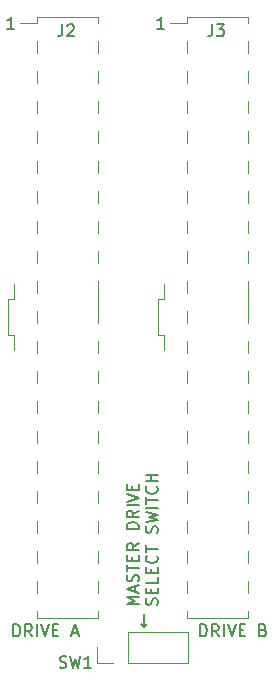
<source format=gbr>
%TF.GenerationSoftware,KiCad,Pcbnew,(6.0.4-0)*%
%TF.CreationDate,2022-11-11T17:00:16-07:00*%
%TF.ProjectId,ide_cable_select_switch,6964655f-6361-4626-9c65-5f73656c6563,rev?*%
%TF.SameCoordinates,Original*%
%TF.FileFunction,Legend,Top*%
%TF.FilePolarity,Positive*%
%FSLAX46Y46*%
G04 Gerber Fmt 4.6, Leading zero omitted, Abs format (unit mm)*
G04 Created by KiCad (PCBNEW (6.0.4-0)) date 2022-11-11 17:00:16*
%MOMM*%
%LPD*%
G01*
G04 APERTURE LIST*
%ADD10C,0.150000*%
%ADD11C,0.120000*%
%ADD12R,1.700000X1.700000*%
%ADD13O,1.700000X1.700000*%
%ADD14R,3.150000X1.000000*%
G04 APERTURE END LIST*
D10*
X144049714Y-60142380D02*
X143478285Y-60142380D01*
X143764000Y-60142380D02*
X143764000Y-59142380D01*
X143668761Y-59285238D01*
X143573523Y-59380476D01*
X143478285Y-59428095D01*
X155047142Y-109664571D02*
X155047142Y-110807428D01*
X155332857Y-110521714D02*
X155047142Y-110807428D01*
X154761428Y-110521714D01*
X143994523Y-111577380D02*
X143994523Y-110577380D01*
X144232619Y-110577380D01*
X144375476Y-110625000D01*
X144470714Y-110720238D01*
X144518333Y-110815476D01*
X144565952Y-111005952D01*
X144565952Y-111148809D01*
X144518333Y-111339285D01*
X144470714Y-111434523D01*
X144375476Y-111529761D01*
X144232619Y-111577380D01*
X143994523Y-111577380D01*
X145565952Y-111577380D02*
X145232619Y-111101190D01*
X144994523Y-111577380D02*
X144994523Y-110577380D01*
X145375476Y-110577380D01*
X145470714Y-110625000D01*
X145518333Y-110672619D01*
X145565952Y-110767857D01*
X145565952Y-110910714D01*
X145518333Y-111005952D01*
X145470714Y-111053571D01*
X145375476Y-111101190D01*
X144994523Y-111101190D01*
X145994523Y-111577380D02*
X145994523Y-110577380D01*
X146327857Y-110577380D02*
X146661190Y-111577380D01*
X146994523Y-110577380D01*
X147327857Y-111053571D02*
X147661190Y-111053571D01*
X147804047Y-111577380D02*
X147327857Y-111577380D01*
X147327857Y-110577380D01*
X147804047Y-110577380D01*
X148946904Y-111291666D02*
X149423095Y-111291666D01*
X148851666Y-111577380D02*
X149185000Y-110577380D01*
X149518333Y-111577380D01*
X159798095Y-111577380D02*
X159798095Y-110577380D01*
X160036190Y-110577380D01*
X160179047Y-110625000D01*
X160274285Y-110720238D01*
X160321904Y-110815476D01*
X160369523Y-111005952D01*
X160369523Y-111148809D01*
X160321904Y-111339285D01*
X160274285Y-111434523D01*
X160179047Y-111529761D01*
X160036190Y-111577380D01*
X159798095Y-111577380D01*
X161369523Y-111577380D02*
X161036190Y-111101190D01*
X160798095Y-111577380D02*
X160798095Y-110577380D01*
X161179047Y-110577380D01*
X161274285Y-110625000D01*
X161321904Y-110672619D01*
X161369523Y-110767857D01*
X161369523Y-110910714D01*
X161321904Y-111005952D01*
X161274285Y-111053571D01*
X161179047Y-111101190D01*
X160798095Y-111101190D01*
X161798095Y-111577380D02*
X161798095Y-110577380D01*
X162131428Y-110577380D02*
X162464761Y-111577380D01*
X162798095Y-110577380D01*
X163131428Y-111053571D02*
X163464761Y-111053571D01*
X163607619Y-111577380D02*
X163131428Y-111577380D01*
X163131428Y-110577380D01*
X163607619Y-110577380D01*
X165131428Y-111053571D02*
X165274285Y-111101190D01*
X165321904Y-111148809D01*
X165369523Y-111244047D01*
X165369523Y-111386904D01*
X165321904Y-111482142D01*
X165274285Y-111529761D01*
X165179047Y-111577380D01*
X164798095Y-111577380D01*
X164798095Y-110577380D01*
X165131428Y-110577380D01*
X165226666Y-110625000D01*
X165274285Y-110672619D01*
X165321904Y-110767857D01*
X165321904Y-110863095D01*
X165274285Y-110958333D01*
X165226666Y-111005952D01*
X165131428Y-111053571D01*
X164798095Y-111053571D01*
X154587380Y-108884404D02*
X153587380Y-108884404D01*
X154301666Y-108551071D01*
X153587380Y-108217738D01*
X154587380Y-108217738D01*
X154301666Y-107789166D02*
X154301666Y-107312976D01*
X154587380Y-107884404D02*
X153587380Y-107551071D01*
X154587380Y-107217738D01*
X154539761Y-106932023D02*
X154587380Y-106789166D01*
X154587380Y-106551071D01*
X154539761Y-106455833D01*
X154492142Y-106408214D01*
X154396904Y-106360595D01*
X154301666Y-106360595D01*
X154206428Y-106408214D01*
X154158809Y-106455833D01*
X154111190Y-106551071D01*
X154063571Y-106741547D01*
X154015952Y-106836785D01*
X153968333Y-106884404D01*
X153873095Y-106932023D01*
X153777857Y-106932023D01*
X153682619Y-106884404D01*
X153635000Y-106836785D01*
X153587380Y-106741547D01*
X153587380Y-106503452D01*
X153635000Y-106360595D01*
X153587380Y-106074880D02*
X153587380Y-105503452D01*
X154587380Y-105789166D02*
X153587380Y-105789166D01*
X154063571Y-105170119D02*
X154063571Y-104836785D01*
X154587380Y-104693928D02*
X154587380Y-105170119D01*
X153587380Y-105170119D01*
X153587380Y-104693928D01*
X154587380Y-103693928D02*
X154111190Y-104027261D01*
X154587380Y-104265357D02*
X153587380Y-104265357D01*
X153587380Y-103884404D01*
X153635000Y-103789166D01*
X153682619Y-103741547D01*
X153777857Y-103693928D01*
X153920714Y-103693928D01*
X154015952Y-103741547D01*
X154063571Y-103789166D01*
X154111190Y-103884404D01*
X154111190Y-104265357D01*
X154587380Y-102503452D02*
X153587380Y-102503452D01*
X153587380Y-102265357D01*
X153635000Y-102122500D01*
X153730238Y-102027261D01*
X153825476Y-101979642D01*
X154015952Y-101932023D01*
X154158809Y-101932023D01*
X154349285Y-101979642D01*
X154444523Y-102027261D01*
X154539761Y-102122500D01*
X154587380Y-102265357D01*
X154587380Y-102503452D01*
X154587380Y-100932023D02*
X154111190Y-101265357D01*
X154587380Y-101503452D02*
X153587380Y-101503452D01*
X153587380Y-101122500D01*
X153635000Y-101027261D01*
X153682619Y-100979642D01*
X153777857Y-100932023D01*
X153920714Y-100932023D01*
X154015952Y-100979642D01*
X154063571Y-101027261D01*
X154111190Y-101122500D01*
X154111190Y-101503452D01*
X154587380Y-100503452D02*
X153587380Y-100503452D01*
X153587380Y-100170119D02*
X154587380Y-99836785D01*
X153587380Y-99503452D01*
X154063571Y-99170119D02*
X154063571Y-98836785D01*
X154587380Y-98693928D02*
X154587380Y-99170119D01*
X153587380Y-99170119D01*
X153587380Y-98693928D01*
X156149761Y-108932023D02*
X156197380Y-108789166D01*
X156197380Y-108551071D01*
X156149761Y-108455833D01*
X156102142Y-108408214D01*
X156006904Y-108360595D01*
X155911666Y-108360595D01*
X155816428Y-108408214D01*
X155768809Y-108455833D01*
X155721190Y-108551071D01*
X155673571Y-108741547D01*
X155625952Y-108836785D01*
X155578333Y-108884404D01*
X155483095Y-108932023D01*
X155387857Y-108932023D01*
X155292619Y-108884404D01*
X155245000Y-108836785D01*
X155197380Y-108741547D01*
X155197380Y-108503452D01*
X155245000Y-108360595D01*
X155673571Y-107932023D02*
X155673571Y-107598690D01*
X156197380Y-107455833D02*
X156197380Y-107932023D01*
X155197380Y-107932023D01*
X155197380Y-107455833D01*
X156197380Y-106551071D02*
X156197380Y-107027261D01*
X155197380Y-107027261D01*
X155673571Y-106217738D02*
X155673571Y-105884404D01*
X156197380Y-105741547D02*
X156197380Y-106217738D01*
X155197380Y-106217738D01*
X155197380Y-105741547D01*
X156102142Y-104741547D02*
X156149761Y-104789166D01*
X156197380Y-104932023D01*
X156197380Y-105027261D01*
X156149761Y-105170119D01*
X156054523Y-105265357D01*
X155959285Y-105312976D01*
X155768809Y-105360595D01*
X155625952Y-105360595D01*
X155435476Y-105312976D01*
X155340238Y-105265357D01*
X155245000Y-105170119D01*
X155197380Y-105027261D01*
X155197380Y-104932023D01*
X155245000Y-104789166D01*
X155292619Y-104741547D01*
X155197380Y-104455833D02*
X155197380Y-103884404D01*
X156197380Y-104170119D02*
X155197380Y-104170119D01*
X156149761Y-102836785D02*
X156197380Y-102693928D01*
X156197380Y-102455833D01*
X156149761Y-102360595D01*
X156102142Y-102312976D01*
X156006904Y-102265357D01*
X155911666Y-102265357D01*
X155816428Y-102312976D01*
X155768809Y-102360595D01*
X155721190Y-102455833D01*
X155673571Y-102646309D01*
X155625952Y-102741547D01*
X155578333Y-102789166D01*
X155483095Y-102836785D01*
X155387857Y-102836785D01*
X155292619Y-102789166D01*
X155245000Y-102741547D01*
X155197380Y-102646309D01*
X155197380Y-102408214D01*
X155245000Y-102265357D01*
X155197380Y-101932023D02*
X156197380Y-101693928D01*
X155483095Y-101503452D01*
X156197380Y-101312976D01*
X155197380Y-101074880D01*
X156197380Y-100693928D02*
X155197380Y-100693928D01*
X155197380Y-100360595D02*
X155197380Y-99789166D01*
X156197380Y-100074880D02*
X155197380Y-100074880D01*
X156102142Y-98884404D02*
X156149761Y-98932023D01*
X156197380Y-99074880D01*
X156197380Y-99170119D01*
X156149761Y-99312976D01*
X156054523Y-99408214D01*
X155959285Y-99455833D01*
X155768809Y-99503452D01*
X155625952Y-99503452D01*
X155435476Y-99455833D01*
X155340238Y-99408214D01*
X155245000Y-99312976D01*
X155197380Y-99170119D01*
X155197380Y-99074880D01*
X155245000Y-98932023D01*
X155292619Y-98884404D01*
X156197380Y-98455833D02*
X155197380Y-98455833D01*
X155673571Y-98455833D02*
X155673571Y-97884404D01*
X156197380Y-97884404D02*
X155197380Y-97884404D01*
X156749714Y-60142380D02*
X156178285Y-60142380D01*
X156464000Y-60142380D02*
X156464000Y-59142380D01*
X156368761Y-59285238D01*
X156273523Y-59380476D01*
X156178285Y-59428095D01*
%TO.C,SW1*%
X147891666Y-114196761D02*
X148034523Y-114244380D01*
X148272619Y-114244380D01*
X148367857Y-114196761D01*
X148415476Y-114149142D01*
X148463095Y-114053904D01*
X148463095Y-113958666D01*
X148415476Y-113863428D01*
X148367857Y-113815809D01*
X148272619Y-113768190D01*
X148082142Y-113720571D01*
X147986904Y-113672952D01*
X147939285Y-113625333D01*
X147891666Y-113530095D01*
X147891666Y-113434857D01*
X147939285Y-113339619D01*
X147986904Y-113292000D01*
X148082142Y-113244380D01*
X148320238Y-113244380D01*
X148463095Y-113292000D01*
X148796428Y-113244380D02*
X149034523Y-114244380D01*
X149225000Y-113530095D01*
X149415476Y-114244380D01*
X149653571Y-113244380D01*
X150558333Y-114244380D02*
X149986904Y-114244380D01*
X150272619Y-114244380D02*
X150272619Y-113244380D01*
X150177380Y-113387238D01*
X150082142Y-113482476D01*
X149986904Y-113530095D01*
%TO.C,J2*%
X148106666Y-59777380D02*
X148106666Y-60491666D01*
X148059047Y-60634523D01*
X147963809Y-60729761D01*
X147820952Y-60777380D01*
X147725714Y-60777380D01*
X148535238Y-59872619D02*
X148582857Y-59825000D01*
X148678095Y-59777380D01*
X148916190Y-59777380D01*
X149011428Y-59825000D01*
X149059047Y-59872619D01*
X149106666Y-59967857D01*
X149106666Y-60063095D01*
X149059047Y-60205952D01*
X148487619Y-60777380D01*
X149106666Y-60777380D01*
%TO.C,J3*%
X160806666Y-59777380D02*
X160806666Y-60491666D01*
X160759047Y-60634523D01*
X160663809Y-60729761D01*
X160520952Y-60777380D01*
X160425714Y-60777380D01*
X161187619Y-59777380D02*
X161806666Y-59777380D01*
X161473333Y-60158333D01*
X161616190Y-60158333D01*
X161711428Y-60205952D01*
X161759047Y-60253571D01*
X161806666Y-60348809D01*
X161806666Y-60586904D01*
X161759047Y-60682142D01*
X161711428Y-60729761D01*
X161616190Y-60777380D01*
X161330476Y-60777380D01*
X161235238Y-60729761D01*
X161187619Y-60682142D01*
D11*
%TO.C,SW1*%
X153670000Y-113852000D02*
X158810000Y-113852000D01*
X153670000Y-113852000D02*
X153670000Y-111192000D01*
X158810000Y-113852000D02*
X158810000Y-111192000D01*
X153670000Y-111192000D02*
X158810000Y-111192000D01*
X151070000Y-113852000D02*
X151070000Y-112522000D01*
X152400000Y-113852000D02*
X151070000Y-113852000D01*
%TO.C,J2*%
X151190000Y-86612000D02*
X151190000Y-87632000D01*
X151190000Y-106932000D02*
X151190000Y-107952000D01*
X145990000Y-106932000D02*
X145990000Y-107952000D01*
X145990000Y-73912000D02*
X145990000Y-74932000D01*
X145990000Y-89152000D02*
X145990000Y-90172000D01*
X151190000Y-94232000D02*
X151190000Y-95252000D01*
X145990000Y-68832000D02*
X145990000Y-69852000D01*
X151190000Y-109472000D02*
X151190000Y-110042000D01*
X145990000Y-96772000D02*
X145990000Y-97792000D01*
X151190000Y-99312000D02*
X151190000Y-100332000D01*
X151190000Y-81532000D02*
X151190000Y-85092000D01*
X151190000Y-66292000D02*
X151190000Y-67312000D01*
X151190000Y-71372000D02*
X151190000Y-72392000D01*
X151190000Y-63752000D02*
X151190000Y-64772000D01*
X145990000Y-59122000D02*
X151190000Y-59122000D01*
X151190000Y-78992000D02*
X151190000Y-80012000D01*
X145990000Y-109472000D02*
X145990000Y-110042000D01*
X145990000Y-104392000D02*
X145990000Y-105412000D01*
X145990000Y-91692000D02*
X145990000Y-92712000D01*
X145990000Y-81532000D02*
X145990000Y-82552000D01*
X145990000Y-76452000D02*
X145990000Y-77472000D01*
X151190000Y-76452000D02*
X151190000Y-77472000D01*
X145990000Y-71372000D02*
X145990000Y-72392000D01*
X151190000Y-61212000D02*
X151190000Y-62232000D01*
X145990000Y-110042000D02*
X151190000Y-110042000D01*
X151190000Y-91692000D02*
X151190000Y-92712000D01*
X145990000Y-99312000D02*
X145990000Y-100332000D01*
X145990000Y-63752000D02*
X145990000Y-64772000D01*
X151190000Y-73912000D02*
X151190000Y-74932000D01*
X144018000Y-81788000D02*
X144018000Y-83058000D01*
X145990000Y-61212000D02*
X145990000Y-62232000D01*
X145990000Y-84072000D02*
X145990000Y-85092000D01*
X143510000Y-83058000D02*
X144018000Y-83058000D01*
X143510000Y-83058000D02*
X143510000Y-86106000D01*
X151190000Y-96772000D02*
X151190000Y-97792000D01*
X144550000Y-59692000D02*
X145990000Y-59692000D01*
X145990000Y-94232000D02*
X145990000Y-95252000D01*
X145990000Y-66292000D02*
X145990000Y-67312000D01*
X151190000Y-59122000D02*
X151190000Y-59692000D01*
X144018000Y-86106000D02*
X144018000Y-87376000D01*
X151190000Y-104392000D02*
X151190000Y-105412000D01*
X145990000Y-78992000D02*
X145990000Y-80012000D01*
X151190000Y-68832000D02*
X151190000Y-69852000D01*
X143510000Y-86106000D02*
X144018000Y-86106000D01*
X151190000Y-101852000D02*
X151190000Y-102872000D01*
X145990000Y-101852000D02*
X145990000Y-102872000D01*
X145990000Y-86612000D02*
X145990000Y-87632000D01*
X151190000Y-89152000D02*
X151190000Y-90172000D01*
X145990000Y-59122000D02*
X145990000Y-59692000D01*
%TO.C,J3*%
X158690000Y-61212000D02*
X158690000Y-62232000D01*
X158690000Y-63752000D02*
X158690000Y-64772000D01*
X163890000Y-94232000D02*
X163890000Y-95252000D01*
X158690000Y-109472000D02*
X158690000Y-110042000D01*
X163890000Y-61212000D02*
X163890000Y-62232000D01*
X163890000Y-66292000D02*
X163890000Y-67312000D01*
X158690000Y-89152000D02*
X158690000Y-90172000D01*
X163890000Y-68832000D02*
X163890000Y-69852000D01*
X156210000Y-83058000D02*
X156718000Y-83058000D01*
X158690000Y-66292000D02*
X158690000Y-67312000D01*
X158690000Y-101852000D02*
X158690000Y-102872000D01*
X163890000Y-99312000D02*
X163890000Y-100332000D01*
X158690000Y-68832000D02*
X158690000Y-69852000D01*
X158690000Y-91692000D02*
X158690000Y-92712000D01*
X163890000Y-71372000D02*
X163890000Y-72392000D01*
X163890000Y-109472000D02*
X163890000Y-110042000D01*
X158690000Y-96772000D02*
X158690000Y-97792000D01*
X158690000Y-110042000D02*
X163890000Y-110042000D01*
X158690000Y-106932000D02*
X158690000Y-107952000D01*
X158690000Y-59122000D02*
X158690000Y-59692000D01*
X158690000Y-76452000D02*
X158690000Y-77472000D01*
X163890000Y-76452000D02*
X163890000Y-77472000D01*
X163890000Y-91692000D02*
X163890000Y-92712000D01*
X158690000Y-73912000D02*
X158690000Y-74932000D01*
X163890000Y-89152000D02*
X163890000Y-90172000D01*
X163890000Y-104392000D02*
X163890000Y-105412000D01*
X158690000Y-84072000D02*
X158690000Y-85092000D01*
X157250000Y-59692000D02*
X158690000Y-59692000D01*
X163890000Y-86612000D02*
X163890000Y-87632000D01*
X163890000Y-81532000D02*
X163890000Y-85092000D01*
X163890000Y-59122000D02*
X163890000Y-59692000D01*
X158690000Y-71372000D02*
X158690000Y-72392000D01*
X163890000Y-101852000D02*
X163890000Y-102872000D01*
X158690000Y-59122000D02*
X163890000Y-59122000D01*
X163890000Y-106932000D02*
X163890000Y-107952000D01*
X158690000Y-94232000D02*
X158690000Y-95252000D01*
X156210000Y-83058000D02*
X156210000Y-86106000D01*
X158690000Y-104392000D02*
X158690000Y-105412000D01*
X156718000Y-81788000D02*
X156718000Y-83058000D01*
X158690000Y-81532000D02*
X158690000Y-82552000D01*
X156718000Y-86106000D02*
X156718000Y-87376000D01*
X158690000Y-99312000D02*
X158690000Y-100332000D01*
X163890000Y-96772000D02*
X163890000Y-97792000D01*
X163890000Y-63752000D02*
X163890000Y-64772000D01*
X163890000Y-73912000D02*
X163890000Y-74932000D01*
X163890000Y-78992000D02*
X163890000Y-80012000D01*
X158690000Y-78992000D02*
X158690000Y-80012000D01*
X156210000Y-86106000D02*
X156718000Y-86106000D01*
X158690000Y-86612000D02*
X158690000Y-87632000D01*
%TD*%
%LPC*%
D12*
%TO.C,SW1*%
X152400000Y-112522000D03*
D13*
X154940000Y-112522000D03*
X157480000Y-112522000D03*
%TD*%
D14*
%TO.C,J2*%
X146065000Y-60452000D03*
X151115000Y-60452000D03*
X146065000Y-62992000D03*
X151115000Y-62992000D03*
X146065000Y-65532000D03*
X151115000Y-65532000D03*
X146065000Y-68072000D03*
X151115000Y-68072000D03*
X146065000Y-70612000D03*
X151115000Y-70612000D03*
X146065000Y-73152000D03*
X151115000Y-73152000D03*
X146065000Y-75692000D03*
X151115000Y-75692000D03*
X146065000Y-78232000D03*
X151115000Y-78232000D03*
X146065000Y-80772000D03*
X151115000Y-80772000D03*
X146065000Y-83312000D03*
X146065000Y-85852000D03*
X151115000Y-85852000D03*
X146065000Y-88392000D03*
X151115000Y-88392000D03*
X146065000Y-90932000D03*
X151115000Y-90932000D03*
X146065000Y-93472000D03*
X151115000Y-93472000D03*
X146065000Y-96012000D03*
X151115000Y-96012000D03*
X146065000Y-98552000D03*
X151115000Y-98552000D03*
X146065000Y-101092000D03*
X151115000Y-101092000D03*
X146065000Y-103632000D03*
X151115000Y-103632000D03*
X146065000Y-106172000D03*
X151115000Y-106172000D03*
X146065000Y-108712000D03*
X151115000Y-108712000D03*
%TD*%
%TO.C,J3*%
X158765000Y-60452000D03*
X163815000Y-60452000D03*
X158765000Y-62992000D03*
X163815000Y-62992000D03*
X158765000Y-65532000D03*
X163815000Y-65532000D03*
X158765000Y-68072000D03*
X163815000Y-68072000D03*
X158765000Y-70612000D03*
X163815000Y-70612000D03*
X158765000Y-73152000D03*
X163815000Y-73152000D03*
X158765000Y-75692000D03*
X163815000Y-75692000D03*
X158765000Y-78232000D03*
X163815000Y-78232000D03*
X158765000Y-80772000D03*
X163815000Y-80772000D03*
X158765000Y-83312000D03*
X158765000Y-85852000D03*
X163815000Y-85852000D03*
X158765000Y-88392000D03*
X163815000Y-88392000D03*
X158765000Y-90932000D03*
X163815000Y-90932000D03*
X158765000Y-93472000D03*
X163815000Y-93472000D03*
X158765000Y-96012000D03*
X163815000Y-96012000D03*
X158765000Y-98552000D03*
X163815000Y-98552000D03*
X158765000Y-101092000D03*
X163815000Y-101092000D03*
X158765000Y-103632000D03*
X163815000Y-103632000D03*
X158765000Y-106172000D03*
X163815000Y-106172000D03*
X158765000Y-108712000D03*
X163815000Y-108712000D03*
%TD*%
M02*

</source>
